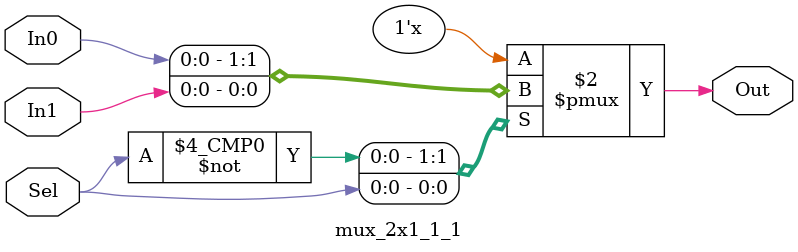
<source format=v>
module mux_2x1_1_1(Out,Sel,In0,In1); 

input In0,In1; //entradas de 32 bits
input Sel; //seletor de 1 bit
output Out; //saida de 32 bits

reg Out; 

//Check the state of the input lines 

always @ (In0 or In1 or Sel) 

begin 

 case (Sel) 

  1'b0 : Out = In0; 

  1'b1 : Out = In1; 

  default : Out = 1'bx; 

  //If input is undefined then output is undefined 

 endcase 

end  

endmodule


</source>
